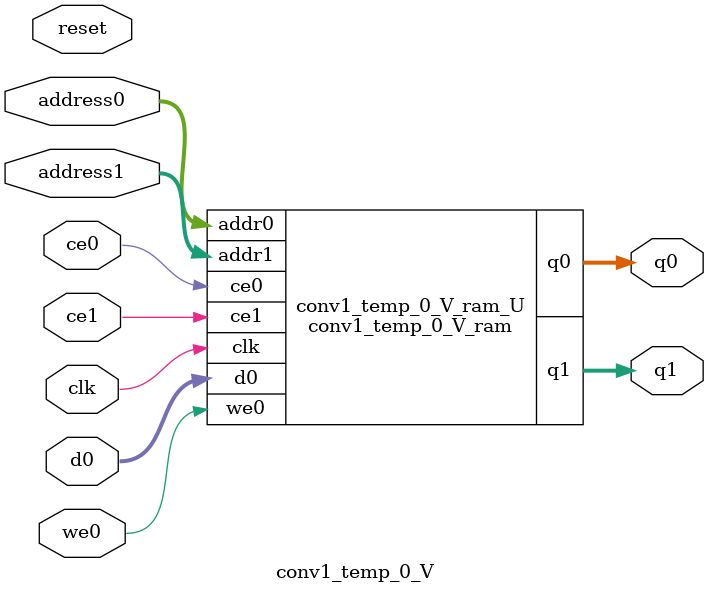
<source format=v>
`timescale 1 ns / 1 ps
module conv1_temp_0_V_ram (addr0, ce0, d0, we0, q0, addr1, ce1, q1,  clk);

parameter DWIDTH = 8;
parameter AWIDTH = 5;
parameter MEM_SIZE = 28;

input[AWIDTH-1:0] addr0;
input ce0;
input[DWIDTH-1:0] d0;
input we0;
output reg[DWIDTH-1:0] q0;
input[AWIDTH-1:0] addr1;
input ce1;
output reg[DWIDTH-1:0] q1;
input clk;

(* ram_style = "distributed" *)reg [DWIDTH-1:0] ram[0:MEM_SIZE-1];




always @(posedge clk)  
begin 
    if (ce0) begin
        if (we0) 
            ram[addr0] <= d0; 
        q0 <= ram[addr0];
    end
end


always @(posedge clk)  
begin 
    if (ce1) begin
        q1 <= ram[addr1];
    end
end


endmodule

`timescale 1 ns / 1 ps
module conv1_temp_0_V(
    reset,
    clk,
    address0,
    ce0,
    we0,
    d0,
    q0,
    address1,
    ce1,
    q1);

parameter DataWidth = 32'd8;
parameter AddressRange = 32'd28;
parameter AddressWidth = 32'd5;
input reset;
input clk;
input[AddressWidth - 1:0] address0;
input ce0;
input we0;
input[DataWidth - 1:0] d0;
output[DataWidth - 1:0] q0;
input[AddressWidth - 1:0] address1;
input ce1;
output[DataWidth - 1:0] q1;



conv1_temp_0_V_ram conv1_temp_0_V_ram_U(
    .clk( clk ),
    .addr0( address0 ),
    .ce0( ce0 ),
    .we0( we0 ),
    .d0( d0 ),
    .q0( q0 ),
    .addr1( address1 ),
    .ce1( ce1 ),
    .q1( q1 ));

endmodule


</source>
